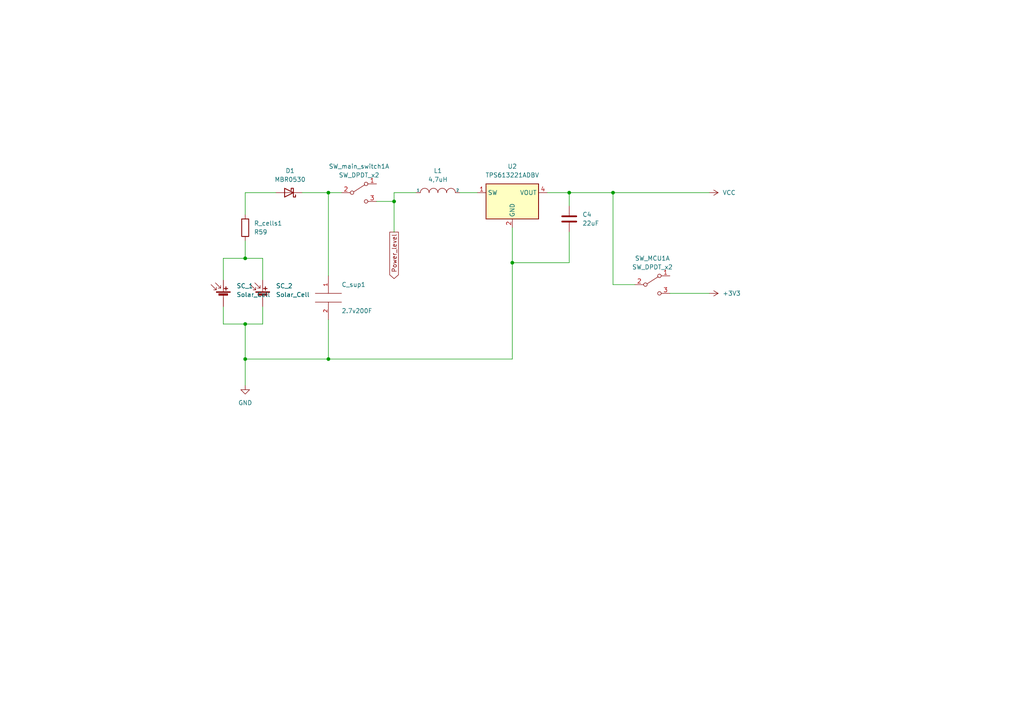
<source format=kicad_sch>
(kicad_sch (version 20211123) (generator eeschema)
  (paper "A4")
  (lib_symbols
    (symbol "Device:C" (pin_numbers hide) (pin_names (offset 0.254))
      (property "Reference" "C" (at 0.635 2.54 0))
      (property "Value" "C" (at 0.635 -2.54 0))
      (symbol "C_0_1"
        (polyline (pts (xy -2.032 -0.762) (xy 2.032 -0.762)) (stroke (width 0.508)))
        (polyline (pts (xy -2.032 0.762) (xy 2.032 0.762)) (stroke (width 0.508)))
      )
      (symbol "C_1_1"
        (pin passive line (at 0 3.81 270) (length 2.794) (name "~") (number "1"))
        (pin passive line (at 0 -3.81 90) (length 2.794) (name "~") (number "2"))
      )
    )
    (symbol "Device:R" (pin_numbers hide) (pin_names (offset 0))
      (property "Reference" "R" (at 2.032 0 90))
      (property "Value" "R" (at 0 0 90))
      (symbol "R_0_1"
        (rectangle (start -1.016 -2.54) (end 1.016 2.54) (stroke (width 0.254)))
      )
      (symbol "R_1_1"
        (pin passive line (at 0 3.81 270) (length 1.27) (name "~") (number "1"))
        (pin passive line (at 0 -3.81 90) (length 1.27) (name "~") (number "2"))
      )
    )
    (symbol "Device:Solar_Cell" (pin_numbers hide) (pin_names (offset 0) hide)
      (property "Reference" "SC" (at 2.54 2.54 0))
      (property "Value" "Solar_Cell" (at 2.54 0 0))
      (symbol "Solar_Cell_0_1"
        (rectangle (start -2.032 1.778) (end 2.032 1.524) (fill (type outline)))
        (rectangle (start -1.3208 1.1938) (end 1.27 0.6858) (fill (type outline)))
        (polyline (pts (xy -2.032 2.286) (xy -3.556 3.81)))
        (polyline (pts (xy -0.762 2.794) (xy -2.286 4.318)))
        (polyline (pts (xy 0 0.762) (xy 0 0)))
        (polyline (pts (xy 0 1.778) (xy 0 2.54)))
        (polyline (pts (xy 0.254 2.667) (xy 1.27 2.667)) (stroke (width 0.254)))
        (polyline (pts (xy 0.762 3.175) (xy 0.762 2.159)) (stroke (width 0.254)))
        (polyline (pts (xy -2.032 3.048) (xy -2.032 2.286) (xy -2.794 2.286)))
        (polyline (pts (xy -0.762 3.556) (xy -0.762 2.794) (xy -1.524 2.794)))
      )
      (symbol "Solar_Cell_1_1"
        (pin passive line (at 0 5.08 270) (length 2.54) (name "+") (number "1"))
        (pin passive line (at 0 -2.54 90) (length 2.54) (name "-") (number "2"))
      )
    )
    (symbol "Diode:MBR0530" (pin_numbers hide) (pin_names (offset 1.016) hide)
      (property "Reference" "D" (at 0 2.54 0))
      (property "Value" "MBR0530" (at 0 -2.54 0))
      (symbol "MBR0530_0_1"
        (polyline (pts (xy 1.27 0) (xy -1.27 0)))
        (polyline (pts (xy 1.27 1.27) (xy 1.27 -1.27) (xy -1.27 0) (xy 1.27 1.27)) (stroke (width 0.254)))
        (polyline (pts (xy -1.905 0.635) (xy -1.905 1.27) (xy -1.27 1.27) (xy -1.27 -1.27) (xy -0.635 -1.27) (xy -0.635 -0.635)) (stroke (width 0.254)))
      )
      (symbol "MBR0530_1_1"
        (pin passive line (at -3.81 0 0) (length 2.54) (name "K") (number "1"))
        (pin passive line (at 3.81 0 180) (length 2.54) (name "A") (number "2"))
      )
    )
    (symbol "Regulator_Switching:TPS613221ADBV"
      (property "Reference" "U" (at -7.62 6.35 0))
      (property "Value" "TPS613221ADBV" (at 2.54 6.35 0))
      (symbol "TPS613221ADBV_0_1"
        (rectangle (start -7.62 5.08) (end 7.62 -5.08) (stroke (width 0.254)) (fill (type background)))
      )
      (symbol "TPS613221ADBV_1_1"
        (pin power_in line (at -10.16 2.54 0) (length 2.54) (name "SW") (number "1"))
        (pin power_in line (at 0 -7.62 90) (length 2.54) (name "GND") (number "2"))
        (pin no_connect line (at -7.62 -2.54 0) (length 2.54) hide (name "NC") (number "3"))
        (pin power_out line (at 10.16 2.54 180) (length 2.54) (name "VOUT") (number "4"))
        (pin no_connect line (at 7.62 -2.54 180) (length 2.54) hide (name "NC") (number "5"))
      )
    )
    (symbol "Switch:SW_DPDT_x2" (pin_names (offset 0) hide)
      (property "Reference" "SW" (at 0 4.318 0))
      (property "Value" "SW_DPDT_x2" (at 0 -5.08 0))
      (symbol "SW_DPDT_x2_0_0"
        (circle (center -2.032 0) (radius 0.508))
        (circle (center 2.032 -2.54) (radius 0.508))
      )
      (symbol "SW_DPDT_x2_0_1"
        (polyline (pts (xy -1.524 0.254) (xy 1.651 2.286)))
        (circle (center 2.032 2.54) (radius 0.508))
      )
      (symbol "SW_DPDT_x2_1_1"
        (pin passive line (at 5.08 2.54 180) (length 2.54) (name "A") (number "1"))
        (pin passive line (at -5.08 0 0) (length 2.54) (name "B") (number "2"))
        (pin passive line (at 5.08 -2.54 180) (length 2.54) (name "C") (number "3"))
      )
      (symbol "SW_DPDT_x2_2_1"
        (pin passive line (at 5.08 2.54 180) (length 2.54) (name "A") (number "4"))
        (pin passive line (at -5.08 0 0) (length 2.54) (name "B") (number "5"))
        (pin passive line (at 5.08 -2.54 180) (length 2.54) (name "C") (number "6"))
      )
    )
    (symbol "power:+3V3" (power) (pin_names (offset 0))
      (property "Value" "+3V3" (at 0 3.556 0))
      (symbol "+3V3_0_1"
        (polyline (pts (xy -0.762 1.27) (xy 0 2.54)))
        (polyline (pts (xy 0 0) (xy 0 2.54)))
        (polyline (pts (xy 0 2.54) (xy 0.762 1.27)))
      )
      (symbol "+3V3_1_1"
        (pin power_in line (at 0 0 90) (length 0) hide (name "+3V3") (number "1"))
      )
    )
    (symbol "power:GND" (power) (pin_names (offset 0))
      (property "Value" "GND" (at 0 -3.81 0))
      (symbol "GND_0_1"
        (polyline (pts (xy 0 0) (xy 0 -1.27) (xy 1.27 -1.27) (xy 0 -2.54) (xy -1.27 -1.27) (xy 0 -1.27)))
      )
      (symbol "GND_1_1"
        (pin power_in line (at 0 0 270) (length 0) hide (name "GND") (number "1"))
      )
    )
    (symbol "power:VCC" (power) (pin_names (offset 0))
      (property "Value" "VCC" (at 0 3.81 0))
      (symbol "VCC_0_1"
        (polyline (pts (xy -0.762 1.27) (xy 0 2.54)))
        (polyline (pts (xy 0 0) (xy 0 2.54)))
        (polyline (pts (xy 0 2.54) (xy 0.762 1.27)))
      )
      (symbol "VCC_1_1"
        (pin power_in line (at 0 0 90) (length 0) hide (name "VCC") (number "1"))
      )
    )
    (symbol "pspice:C" (pin_names (offset 0.254))
      (property "Reference" "C" (at 2.54 3.81 90))
      (property "Value" "C" (at 2.54 -3.81 90))
      (symbol "C_0_1"
        (polyline (pts (xy -3.81 -1.27) (xy 3.81 -1.27)))
        (polyline (pts (xy -3.81 1.27) (xy 3.81 1.27)))
      )
      (symbol "C_1_1"
        (pin passive line (at 0 6.35 270) (length 5.08) (name "~") (number "1"))
        (pin passive line (at 0 -6.35 90) (length 5.08) (name "~") (number "2"))
      )
    )
    (symbol "pspice:INDUCTOR" (pin_numbers hide) (pin_names (offset 0))
      (property "Reference" "L" (at 0 2.54 0))
      (property "Value" "INDUCTOR" (at 0 -1.27 0))
      (symbol "INDUCTOR_0_1"
        (arc (start -2.54 0) (mid -3.81 1.27) (end -5.08 0))
        (arc (start 0 0) (mid -1.27 1.27) (end -2.54 0))
        (arc (start 2.54 0) (mid 1.27 1.27) (end 0 0))
        (arc (start 5.08 0) (mid 3.81 1.27) (end 2.54 0))
      )
      (symbol "INDUCTOR_1_1"
        (pin input line (at -6.35 0 0) (length 1.27) (name "1") (number "1"))
        (pin input line (at 6.35 0 180) (length 1.27) (name "2") (number "2"))
      )
    )
  )
  (junction (at 114.3 58.42))
  (junction (at 71.12 74.93))
  (junction (at 177.8 55.88))
  (junction (at 71.12 104.14))
  (junction (at 165.1 55.88))
  (junction (at 95.25 55.88))
  (junction (at 148.59 76.2))
  (junction (at 95.25 104.14))
  (junction (at 71.12 93.98))
  (wire (pts (xy 71.12 93.98) (xy 71.12 104.14)))
  (wire (pts (xy 114.3 58.42) (xy 114.3 67.31)))
  (wire (pts (xy 76.2 93.98) (xy 71.12 93.98)))
  (wire (pts (xy 76.2 81.28) (xy 76.2 74.93)))
  (wire (pts (xy 64.77 88.9) (xy 64.77 93.98)))
  (wire (pts (xy 95.25 55.88) (xy 99.06 55.88)))
  (wire (pts (xy 184.15 82.55) (xy 177.8 82.55)))
  (wire (pts (xy 114.3 58.42) (xy 114.3 55.88)))
  (wire (pts (xy 76.2 88.9) (xy 76.2 93.98)))
  (wire (pts (xy 165.1 55.88) (xy 165.1 59.69)))
  (wire (pts (xy 177.8 55.88) (xy 205.74 55.88)))
  (wire (pts (xy 71.12 104.14) (xy 71.12 111.76)))
  (wire (pts (xy 71.12 55.88) (xy 80.01 55.88)))
  (wire (pts (xy 64.77 81.28) (xy 64.77 74.93)))
  (wire (pts (xy 87.63 55.88) (xy 95.25 55.88)))
  (wire (pts (xy 64.77 74.93) (xy 71.12 74.93)))
  (wire (pts (xy 148.59 76.2) (xy 148.59 104.14)))
  (wire (pts (xy 148.59 66.04) (xy 148.59 76.2)))
  (wire (pts (xy 71.12 62.23) (xy 71.12 55.88)))
  (wire (pts (xy 158.75 55.88) (xy 165.1 55.88)))
  (wire (pts (xy 133.35 55.88) (xy 138.43 55.88)))
  (wire (pts (xy 114.3 55.88) (xy 120.65 55.88)))
  (wire (pts (xy 64.77 93.98) (xy 71.12 93.98)))
  (wire (pts (xy 76.2 74.93) (xy 71.12 74.93)))
  (wire (pts (xy 109.22 58.42) (xy 114.3 58.42)))
  (wire (pts (xy 165.1 55.88) (xy 177.8 55.88)))
  (wire (pts (xy 165.1 76.2) (xy 148.59 76.2)))
  (wire (pts (xy 95.25 92.71) (xy 95.25 104.14)))
  (wire (pts (xy 165.1 67.31) (xy 165.1 76.2)))
  (wire (pts (xy 194.31 85.09) (xy 205.74 85.09)))
  (wire (pts (xy 95.25 55.88) (xy 95.25 80.01)))
  (wire (pts (xy 71.12 104.14) (xy 95.25 104.14)))
  (wire (pts (xy 177.8 82.55) (xy 177.8 55.88)))
  (wire (pts (xy 95.25 104.14) (xy 148.59 104.14)))
  (wire (pts (xy 71.12 74.93) (xy 71.12 69.85)))
  (global_label "Power_level" (shape output) (at 114.3 67.31 270) (property "Riferimenti inter-foglio" "${INTERSHEET_REFS}" (effects hide)))
  (symbol (lib_id "Device:R") (at 71.12 66.04 0) (unit 1)
    (property "Reference" "R_cells1" (at 73.66 64.7699 0) (effects (justify left)))
    (property "Value" "R59" (at 73.66 67.3099 0) (effects (justify left)))
    (property "Footprint" "Resistor_SMD:R_0603_1608Metric" (effects hide))
  )
  (symbol (lib_id "Device:Solar_Cell") (at 76.2 86.36 0) (unit 1)
    (property "Reference" "SC_2" (at 80.01 82.9309 0) (effects (justify left)))
    (property "Value" "Solar_Cell" (at 80.01 85.4709 0) (effects (justify left)))
    (property "Footprint" "Connector_PinSocket_2.54mm:PinSocket_1x02_P2.54mm_Vertical" (effects hide))
  )
  (symbol (lib_id "Regulator_Switching:TPS613221ADBV") (at 148.59 58.42 0) (unit 1)
    (property "Reference" "U2" (at 148.59 48.26 0))
    (property "Value" "TPS613221ADBV" (at 148.59 50.8 0))
    (property "Footprint" "Package_TO_SOT_SMD:SOT-23-5" (effects hide))
    (property "Datasheet" "http://www.ti.com/lit/ds/symlink/tps61322.pdf" (effects hide))
  )
  (symbol (lib_id "Diode:MBR0530") (at 83.82 55.88 180) (unit 1)
    (property "Reference" "D1" (at 84.1375 49.53 0))
    (property "Value" "MBR0530" (at 84.1375 52.07 0))
    (property "Footprint" "Diode_SMD:D_SOD-123" (effects hide))
    (property "Datasheet" "http://www.mccsemi.com/up_pdf/MBR0520~MBR0580(SOD123).pdf" (effects hide))
  )
  (symbol (lib_id "Device:C") (at 165.1 63.5 0) (unit 1)
    (property "Reference" "C4" (at 168.91 62.2299 0) (effects (justify left)))
    (property "Value" "22uF" (at 168.91 64.7699 0) (effects (justify left)))
    (property "Footprint" "Capacitor_SMD:C_0603_1608Metric" (effects hide))
  )
  (symbol (lib_id "Switch:SW_DPDT_x2") (at 104.14 55.88 0) (unit 1)
    (property "Reference" "SW_main_switch1" (at 104.14 48.26 0))
    (property "Value" "SW_DPDT_x2" (at 104.14 50.8 0))
    (property "Footprint" "Connector_PinSocket_2.54mm:PinSocket_1x03_P2.54mm_Vertical" (effects hide))
  )
  (symbol (lib_id "Switch:SW_DPDT_x2") (at 189.23 82.55 0) (unit 1)
    (property "Reference" "SW_MCU1" (at 189.23 74.93 0))
    (property "Value" "SW_DPDT_x2" (at 189.23 77.47 0))
    (property "Footprint" "Connector_PinSocket_2.54mm:PinSocket_1x03_P2.54mm_Vertical" (effects hide))
  )
  (symbol (lib_id "Device:Solar_Cell") (at 64.77 86.36 0) (unit 1)
    (property "Reference" "SC_1" (at 68.58 82.9309 0) (effects (justify left)))
    (property "Value" "Solar_Cell" (at 68.58 85.4709 0) (effects (justify left)))
    (property "Footprint" "Connector_PinSocket_2.54mm:PinSocket_1x02_P2.54mm_Vertical" (effects hide))
  )
  (symbol (lib_id "power:VCC") (at 205.74 55.88 270) (unit 1)
    (property "Reference" "#PWR0120" (effects hide))
    (property "Value" "VCC" (at 209.55 55.8799 90) (effects (justify left)))
  )
  (symbol (lib_id "pspice:INDUCTOR") (at 127 55.88 0) (unit 1)
    (property "Reference" "L1" (at 127 49.53 0))
    (property "Value" "4,7uH" (at 127 52.07 0))
    (property "Footprint" "Inductor_SMD:L_0603_1608Metric" (effects hide))
  )
  (symbol (lib_id "power:+3V3") (at 205.74 85.09 270) (unit 1)
    (property "Reference" "#PWR0121" (effects hide))
    (property "Value" "+3V3" (at 209.55 85.0899 90) (effects (justify left)))
  )
  (symbol (lib_id "pspice:C") (at 95.25 86.36 0) (unit 1)
    (property "Reference" "C_sup1" (at 99.06 82.55 0) (effects (justify left)))
    (property "Value" "2.7v200F" (at 99.06 90.17 0) (effects (justify left)))
    (property "Footprint" "Capacitor_THT:C_Rect_L9.0mm_W2.5mm_P7.50mm_MKT" (effects hide))
  )
  (symbol (lib_id "power:GND") (at 71.12 111.76 0) (unit 1)
    (property "Reference" "#PWR0119" (effects hide))
    (property "Value" "GND" (at 71.12 116.84 0))
  )
)
</source>
